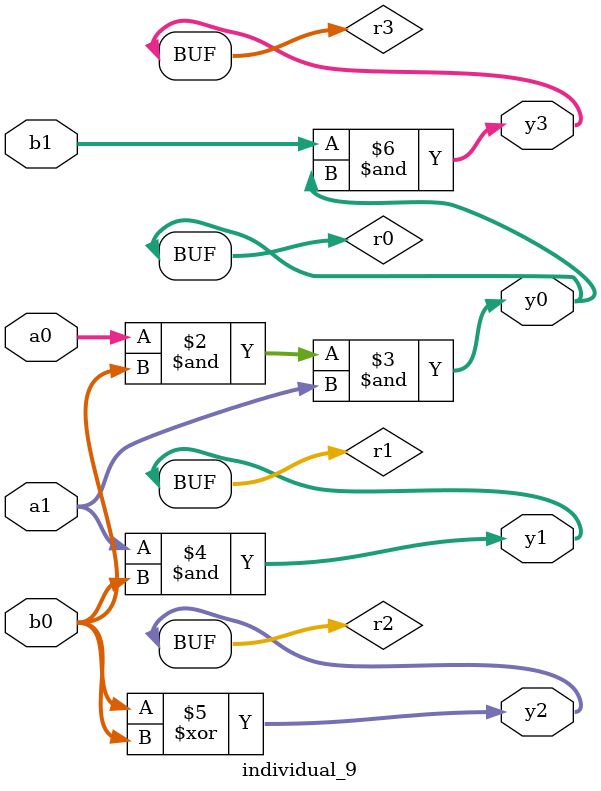
<source format=sv>
module individual_9(input logic [15:0] a1, input logic [15:0] a0, input logic [15:0] b1, input logic [15:0] b0, output logic [15:0] y3, output logic [15:0] y2, output logic [15:0] y1, output logic [15:0] y0);
logic [15:0] r0, r1, r2, r3; 
 always@(*) begin 
	 r0 = a0; r1 = a1; r2 = b0; r3 = b1; 
 	 r0  &=  b0 ;
 	 r0  &=  a1 ;
 	 r1  &=  b0 ;
 	 r2  ^=  b0 ;
 	 r3  &=  r0 ;
 	 y3 = r3; y2 = r2; y1 = r1; y0 = r0; 
end
endmodule
</source>
